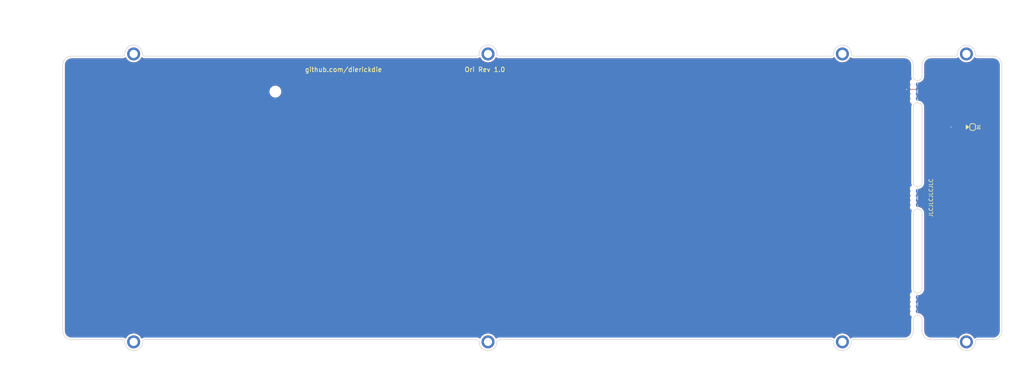
<source format=kicad_pcb>
(kicad_pcb (version 20171130) (host pcbnew "(5.1.10-1-10_14)")
  (layers (0 F.Cu signal) (31 B.Cu signal) (34 B.Paste user) (35 F.Paste user) (36 B.SilkS user) (37 F.SilkS user) (38 B.Mask user) (39 F.Mask user) (44 Edge.Cuts user))
  (net 0 "")
  (net 1 GND)
  (net 2 "Net-(D1-Pad1)")
  (module random-keyboard-parts:Generic-Mounthole (layer F.Cu) (at 203.623474 49.993944)
    (fp_text reference H12)
    (fp_text value MountingHole)
    (pad "" np_thru_hole circle (at 0 0) (size 2.2 2.2) (drill 2.2) (layers *.Cu *.Mask))
  )
  (module random-keyboard-parts:Generic-Mounthole (layer F.Cu) (at 356.023442 117.264265)
    (fp_text reference H6)
    (fp_text value MountingHole)
    (pad 1 thru_hole circle (at 0 0) (size 3.5 3.5) (drill 2.2) (layers *.Cu *.Mask))
  )
  (module random-keyboard-parts:Generic-Mounthole (layer F.Cu) (at 356.023442 39.873575)
    (fp_text reference H5)
    (fp_text value MountingHole)
    (pad 1 thru_hole circle (at 0 0) (size 3.5 3.5) (drill 2.2) (layers *.Cu *.Mask))
  )
  (module random-keyboard-parts:Generic-Mounthole (layer F.Cu) (at 260.773394 117.264265)
    (fp_text reference H4)
    (fp_text value MountingHole)
    (pad 1 thru_hole circle (at 0 0) (size 3.5 3.5) (drill 2.2) (layers *.Cu *.Mask))
  )
  (module random-keyboard-parts:Generic-Mounthole (layer F.Cu) (at 260.773394 39.873575)
    (fp_text reference H3)
    (fp_text value MountingHole)
    (pad 1 thru_hole circle (at 0 0) (size 3.5 3.5) (drill 2.2) (layers *.Cu *.Mask))
  )
  (module random-keyboard-parts:Generic-Mounthole (layer F.Cu) (at 165.523314 117.264265)
    (fp_text reference H2)
    (fp_text value MountingHole)
    (pad 1 thru_hole circle (at 0 0) (size 3.5 3.5) (drill 2.2) (layers *.Cu *.Mask))
  )
  (module random-keyboard-parts:Generic-Mounthole (layer F.Cu) (at 165.523314 39.873575)
    (fp_text reference H1)
    (fp_text value MountingHole)
    (pad 1 thru_hole circle (at 0 0) (size 3.5 3.5) (drill 2.2) (layers *.Cu *.Mask))
  )
  (module Keeb_footprints:D_SOD-123_modified (layer F.Cu) (at 389.36137 59.51884 180)
    (fp_text reference D1 (at -3.302 0 90) (layer F.SilkS) (effects (font (size 0.8 0.7))))
    (fp_text value DIODE)
    (fp_poly (pts (xy -0.6858 0) (xy 0.1142 -0.6) (xy 0.1142 0.6)) (layer F.SilkS) (width 0.1))
    (fp_line (start -1.400038 0.9) (end -1.9 0.9) (layer F.SilkS) (width 0.2))
    (fp_line (start -2.4 -0.4) (end -2.4 0.4) (layer F.SilkS) (width 0.2))
    (fp_line (start -1.899962 -0.9) (end -1.4 -0.9) (layer F.SilkS) (width 0.2))
    (fp_line (start -0.9 -0.4) (end -0.9 0.4) (layer F.SilkS) (width 0.2))
    (fp_arc (start -1.4 0.4) (end -1.4 0.9) (angle -90) (layer F.SilkS) (width 0.2))
    (fp_arc (start -1.9 0.4) (end -2.4 0.4) (angle -90) (layer F.SilkS) (width 0.2))
    (fp_arc (start -1.9 -0.4) (end -1.9 -0.9) (angle -90) (layer F.SilkS) (width 0.2))
    (fp_arc (start -1.4 -0.4) (end -0.9 -0.4) (angle -90) (layer F.SilkS) (width 0.2))
    (pad 2 smd roundrect (at 1.65 0 180) (size 1 1.2) (layers F.Cu F.Paste F.Mask) (net 1 GND))
    (pad 1 smd roundrect (at -1.65 0 180) (size 1 1.2) (layers F.Cu F.Paste F.Mask) (net 2 "Net-(D1-Pad1)"))
  )
  (module Keeb_footprints:MX100_outline (layer F.Cu) (at 389.36137 69.04388)
    (fp_text reference U53)
    (fp_text value HOLE)
  )
  (module Keeb_footprints:MX100_outline (layer F.Cu) (at 389.33601 107.1567)
    (fp_text reference U61)
    (fp_text value HOLE)
  )
  (module Keeb_footprints:MX100_outline (layer F.Cu) (at 389.33601 50.00646)
    (fp_text reference U49)
    (fp_text value HOLE)
  )
  (module random-keyboard-parts:Generic-Mounthole (layer F.Cu) (at 389.360818 39.87364)
    (fp_text reference H7)
    (fp_text value MountingHole)
    (pad 1 thru_hole circle (at 0 0) (size 3.5 3.5) (drill 2.2) (layers *.Cu *.Mask))
  )
  (module Keeb_footprints:MX100_outline (layer F.Cu) (at 389.361002 88.10662)
    (fp_text reference U57)
    (fp_text value HOLE)
  )
  (module acheron_Hardware:MouseBite_IPC7351 (layer F.Cu) (at 375.04845 49.9938 90)
    (fp_text reference H9)
    (fp_text value MountingHole)
    (pad "" np_thru_hole circle (at -2.5 0 90) (size 0.8 0.8) (drill 0.8) (layers *.Cu *.Mask))
    (pad "" np_thru_hole circle (at -1.25 0 90) (size 0.8 0.8) (drill 0.8) (layers *.Cu *.Mask))
    (pad "" np_thru_hole circle (at 2.5 0 90) (size 0.8 0.8) (drill 0.8) (layers *.Cu *.Mask))
    (pad "" np_thru_hole circle (at 1.25 0 90) (size 0.8 0.8) (drill 0.8) (layers *.Cu *.Mask))
    (pad "" np_thru_hole circle (at 0 0 90) (size 0.8 0.8) (drill 0.8) (layers *.Cu *.Mask))
  )
  (module acheron_Hardware:MouseBite_IPC7351 (layer F.Cu) (at 375.04845 107.1567 90)
    (fp_text reference H10)
    (fp_text value MountingHole)
    (pad "" np_thru_hole circle (at -2.5 0 90) (size 0.8 0.8) (drill 0.8) (layers *.Cu *.Mask))
    (pad "" np_thru_hole circle (at -1.25 0 90) (size 0.8 0.8) (drill 0.8) (layers *.Cu *.Mask))
    (pad "" np_thru_hole circle (at 2.5 0 90) (size 0.8 0.8) (drill 0.8) (layers *.Cu *.Mask))
    (pad "" np_thru_hole circle (at 1.25 0 90) (size 0.8 0.8) (drill 0.8) (layers *.Cu *.Mask))
    (pad "" np_thru_hole circle (at 0 0 90) (size 0.8 0.8) (drill 0.8) (layers *.Cu *.Mask))
  )
  (module acheron_Hardware:MouseBite_IPC7351 (layer F.Cu) (at 375.04845 78.58158 90)
    (fp_text reference H11)
    (fp_text value MountingHole)
    (pad "" np_thru_hole circle (at -2.5 0 90) (size 0.8 0.8) (drill 0.8) (layers *.Cu *.Mask))
    (pad "" np_thru_hole circle (at -1.25 0 90) (size 0.8 0.8) (drill 0.8) (layers *.Cu *.Mask))
    (pad "" np_thru_hole circle (at 2.5 0 90) (size 0.8 0.8) (drill 0.8) (layers *.Cu *.Mask))
    (pad "" np_thru_hole circle (at 1.25 0 90) (size 0.8 0.8) (drill 0.8) (layers *.Cu *.Mask))
    (pad "" np_thru_hole circle (at 0 0 90) (size 0.8 0.8) (drill 0.8) (layers *.Cu *.Mask))
  )
  (module random-keyboard-parts:Generic-Mounthole (layer F.Cu) (at 389.360818 117.2642)
    (fp_text reference H8)
    (fp_text value MountingHole)
    (pad 1 thru_hole circle (at 0 0) (size 3.5 3.5) (drill 2.2) (layers *.Cu *.Mask))
  )
  (module Keeb_footprints:MX100_outline (layer F.Cu) (at 365.52341 107.1567)
    (fp_text reference U48)
    (fp_text value HOLE)
  )
  (module Keeb_footprints:MX100_outline (layer F.Cu) (at 346.47333 107.16)
    (fp_text reference U47)
    (fp_text value HOLE)
  )
  (module Keeb_footprints:MX100_outline (layer F.Cu) (at 327.42325 107.1567)
    (fp_text reference U46)
    (fp_text value HOLE)
  )
  (module Keeb_footprints:MX100_outline (layer F.Cu) (at 308.37317 107.1567)
    (fp_text reference U45)
    (fp_text value HOLE)
  )
  (module Keeb_footprints:MX100_outline (layer F.Cu) (at 289.32309 107.1567)
    (fp_text reference U44)
    (fp_text value HOLE)
  )
  (module Keeb_footprints:MX100_outline (layer F.Cu) (at 270.27301 107.1567)
    (fp_text reference U43)
    (fp_text value HOLE)
  )
  (module Keeb_footprints:MX100_outline (layer F.Cu) (at 251.22293 107.1567)
    (fp_text reference U42)
    (fp_text value HOLE)
  )
  (module Keeb_footprints:MX100_outline (layer F.Cu) (at 251.22293 88.10662)
    (fp_text reference U30)
    (fp_text value HOLE)
  )
  (module Keeb_footprints:MX100_outline (layer F.Cu) (at 232.17285 88.10662)
    (fp_text reference U29)
    (fp_text value HOLE)
  )
  (module Keeb_footprints:MX100_outline (layer F.Cu) (at 213.12277 88.10662)
    (fp_text reference U28)
    (fp_text value HOLE)
  )
  (module Keeb_footprints:MX100_outline (layer F.Cu) (at 194.07269 88.10662)
    (fp_text reference U27)
    (fp_text value HOLE)
  )
  (module Keeb_footprints:MX100_outline (layer F.Cu) (at 175.02261 88.10662)
    (fp_text reference U26)
    (fp_text value HOLE)
  )
  (module Keeb_footprints:MX100_outline (layer F.Cu) (at 155.97253 88.10662)
    (fp_text reference U25)
    (fp_text value HOLE)
  )
  (module Keeb_footprints:MX100_outline (layer F.Cu) (at 365.52341 69.05654)
    (fp_text reference U24)
    (fp_text value HOLE)
  )
  (module Keeb_footprints:MX100_outline (layer F.Cu) (at 232.17285 107.1567)
    (fp_text reference U41)
    (fp_text value HOLE)
  )
  (module Keeb_footprints:MX100_outline (layer F.Cu) (at 213.12277 107.1567)
    (fp_text reference U40)
    (fp_text value HOLE)
  )
  (module Keeb_footprints:MX100_outline (layer F.Cu) (at 194.07269 107.1567)
    (fp_text reference U39)
    (fp_text value HOLE)
  )
  (module Keeb_footprints:MX100_outline (layer F.Cu) (at 175.02261 107.1567)
    (fp_text reference U38)
    (fp_text value HOLE)
  )
  (module Keeb_footprints:MX100_outline (layer F.Cu) (at 155.97253 107.1567)
    (fp_text reference U37)
    (fp_text value HOLE)
  )
  (module Keeb_footprints:MX100_outline (layer F.Cu) (at 365.52341 88.10662)
    (fp_text reference U36)
    (fp_text value HOLE)
  )
  (module Keeb_footprints:MX100_outline (layer F.Cu) (at 346.47333 88.10662)
    (fp_text reference U35)
    (fp_text value HOLE)
  )
  (module Keeb_footprints:MX100_outline (layer F.Cu) (at 327.42325 88.10662)
    (fp_text reference U34)
    (fp_text value HOLE)
  )
  (module Keeb_footprints:MX100_outline (layer F.Cu) (at 308.37317 88.10662)
    (fp_text reference U33)
    (fp_text value HOLE)
  )
  (module Keeb_footprints:MX100_outline (layer F.Cu) (at 289.32309 88.10662)
    (fp_text reference U32)
    (fp_text value HOLE)
  )
  (module Keeb_footprints:MX100_outline (layer F.Cu) (at 270.27301 88.10662)
    (fp_text reference U31)
    (fp_text value HOLE)
  )
  (module Keeb_footprints:MX100_outline (layer F.Cu) (at 346.47333 69.05654)
    (fp_text reference U23)
    (fp_text value HOLE)
  )
  (module Keeb_footprints:MX100_outline (layer F.Cu) (at 327.42325 69.05654)
    (fp_text reference U22)
    (fp_text value HOLE)
  )
  (module Keeb_footprints:MX100_outline (layer F.Cu) (at 308.37317 69.05654)
    (fp_text reference U21)
    (fp_text value HOLE)
  )
  (module Keeb_footprints:MX100_outline (layer F.Cu) (at 289.32309 69.05654)
    (fp_text reference U20)
    (fp_text value HOLE)
  )
  (module Keeb_footprints:MX100_outline (layer F.Cu) (at 270.27301 69.05654)
    (fp_text reference U19)
    (fp_text value HOLE)
  )
  (module Keeb_footprints:MX100_outline (layer F.Cu) (at 251.22293 69.05654)
    (fp_text reference U18)
    (fp_text value HOLE)
  )
  (module Keeb_footprints:MX100_outline (layer F.Cu) (at 232.17285 69.05654)
    (fp_text reference U17)
    (fp_text value HOLE)
  )
  (module Keeb_footprints:MX100_outline (layer F.Cu) (at 213.12277 69.05654)
    (fp_text reference U16)
    (fp_text value HOLE)
  )
  (module Keeb_footprints:MX100_outline (layer F.Cu) (at 194.07269 69.05654)
    (fp_text reference U15)
    (fp_text value HOLE)
  )
  (module Keeb_footprints:MX100_outline (layer F.Cu) (at 175.02261 69.05654)
    (fp_text reference U14)
    (fp_text value HOLE)
  )
  (module Keeb_footprints:MX100_outline (layer F.Cu) (at 155.97253 69.05654)
    (fp_text reference U13)
    (fp_text value HOLE)
  )
  (module Keeb_footprints:MX100_outline (layer F.Cu) (at 365.52341 50.00646)
    (fp_text reference U12)
    (fp_text value HOLE)
  )
  (module Keeb_footprints:MX100_outline (layer F.Cu) (at 346.47333 50.00646)
    (fp_text reference U11)
    (fp_text value HOLE)
  )
  (module Keeb_footprints:MX100_outline (layer F.Cu) (at 327.42325 50.00646)
    (fp_text reference U10)
    (fp_text value HOLE)
  )
  (module Keeb_footprints:MX100_outline (layer F.Cu) (at 308.37317 50.00646)
    (fp_text reference U9)
    (fp_text value HOLE)
  )
  (module Keeb_footprints:MX100_outline (layer F.Cu) (at 289.32309 50.00646)
    (fp_text reference U8)
    (fp_text value HOLE)
  )
  (module Keeb_footprints:MX100_outline (layer F.Cu) (at 270.27301 50.00646)
    (fp_text reference U7)
    (fp_text value HOLE)
  )
  (module Keeb_footprints:MX100_outline (layer F.Cu) (at 251.22293 50.00646)
    (fp_text reference U6)
    (fp_text value HOLE)
  )
  (module Keeb_footprints:MX100_outline (layer F.Cu) (at 232.17285 50.00646)
    (fp_text reference U5)
    (fp_text value HOLE)
  )
  (module Keeb_footprints:MX100_outline (layer F.Cu) (at 213.12277 50.00646)
    (fp_text reference U4)
    (fp_text value HOLE)
  )
  (module Keeb_footprints:MX100_outline (layer F.Cu) (at 194.07269 50.00646)
    (fp_text reference U3)
    (fp_text value HOLE)
  )
  (module Keeb_footprints:MX100_outline (layer F.Cu) (at 175.02261 50.00646)
    (fp_text reference U2)
    (fp_text value HOLE)
  )
  (module Keeb_footprints:MX100_outline (layer F.Cu) (at 155.97253 50.00646)
    (fp_text reference U1)
    (fp_text value HOLE)
  )
  (gr_line (start 392.337567 116.668952) (end 396.50515 116.66908) (layer Edge.Cuts) (width 0.15))
  (gr_line (start 379.83633 116.66908) (end 386.384437 116.668952) (layer Edge.Cuts) (width 0.15))
  (gr_arc (start 389.361002 117.264265) (end 386.97975 117.264265) (angle -180) (layer Edge.Cuts) (width 0.15))
  (gr_arc (start 392.337567 117.264265) (end 392.337567 116.668952) (angle -90) (layer Edge.Cuts) (width 0.15))
  (gr_arc (start 386.384437 117.264265) (end 386.97975 117.264265) (angle -90) (layer Edge.Cuts) (width 0.15))
  (gr_line (start 392.337567 40.468888) (end 396.50515 40.46876) (layer Edge.Cuts) (width 0.15))
  (gr_line (start 379.83633 40.46876) (end 386.384437 40.468888) (layer Edge.Cuts) (width 0.15))
  (gr_line (start 359.000007 40.468888) (end 372.69255 40.46876) (layer Edge.Cuts) (width 0.15))
  (gr_line (start 263.749959 40.468888) (end 353.046877 40.468888) (layer Edge.Cuts) (width 0.15))
  (gr_line (start 168.499879 40.468888) (end 257.796829 40.468888) (layer Edge.Cuts) (width 0.15))
  (gr_line (start 148.85411 40.46876) (end 162.546749 40.468888) (layer Edge.Cuts) (width 0.15))
  (gr_line (start 162.546749 116.668952) (end 148.85411 116.66908) (layer Edge.Cuts) (width 0.15))
  (gr_line (start 257.796829 116.668952) (end 168.499879 116.668952) (layer Edge.Cuts) (width 0.15))
  (gr_line (start 353.046877 116.668952) (end 263.749959 116.668952) (layer Edge.Cuts) (width 0.15))
  (gr_line (start 359.000007 116.668952) (end 372.69255 116.66908) (layer Edge.Cuts) (width 0.15))
  (gr_arc (start 356.023442 117.264265) (end 353.64219 117.264265) (angle -180) (layer Edge.Cuts) (width 0.15))
  (gr_arc (start 359.000007 117.264265) (end 359.000007 116.668952) (angle -90) (layer Edge.Cuts) (width 0.15))
  (gr_arc (start 353.046877 117.264265) (end 353.64219 117.264265) (angle -90) (layer Edge.Cuts) (width 0.15))
  (gr_arc (start 260.773394 117.264265) (end 258.392142 117.264265) (angle -180) (layer Edge.Cuts) (width 0.15))
  (gr_arc (start 263.749959 117.264265) (end 263.749959 116.668952) (angle -90) (layer Edge.Cuts) (width 0.15))
  (gr_arc (start 257.796829 117.264265) (end 258.392142 117.264265) (angle -90) (layer Edge.Cuts) (width 0.15))
  (gr_arc (start 165.523314 117.264265) (end 163.142062 117.264265) (angle -180) (layer Edge.Cuts) (width 0.15))
  (gr_arc (start 168.499879 117.264265) (end 168.499879 116.668952) (angle -90) (layer Edge.Cuts) (width 0.15))
  (gr_arc (start 162.546749 117.264265) (end 163.142062 117.264265) (angle -90) (layer Edge.Cuts) (width 0.15))
  (gr_arc (start 165.523314 39.873575) (end 167.904566 39.873575) (angle -180) (layer Edge.Cuts) (width 0.15))
  (gr_arc (start 162.546749 39.873575) (end 162.546749 40.468888) (angle -90) (layer Edge.Cuts) (width 0.15))
  (gr_arc (start 168.499879 39.873575) (end 167.904566 39.873575) (angle -90) (layer Edge.Cuts) (width 0.15))
  (gr_arc (start 260.773394 39.873575) (end 263.154646 39.873575) (angle -180) (layer Edge.Cuts) (width 0.15))
  (gr_arc (start 257.796829 39.873575) (end 257.796829 40.468888) (angle -90) (layer Edge.Cuts) (width 0.15))
  (gr_arc (start 263.749959 39.873575) (end 263.154646 39.873575) (angle -90) (layer Edge.Cuts) (width 0.15))
  (gr_arc (start 356.023442 39.873575) (end 358.404694 39.873575) (angle -180) (layer Edge.Cuts) (width 0.15))
  (gr_arc (start 353.046877 39.873575) (end 353.046877 40.468888) (angle -90) (layer Edge.Cuts) (width 0.15))
  (gr_arc (start 359.000007 39.873575) (end 358.404694 39.873575) (angle -90) (layer Edge.Cuts) (width 0.15))
  (gr_arc (start 386.384437 39.873575) (end 386.384437 40.468888) (angle -90) (layer Edge.Cuts) (width 0.15))
  (gr_arc (start 392.337567 39.873575) (end 391.742254 39.873575) (angle -90) (layer Edge.Cuts) (width 0.15))
  (gr_arc (start 389.361002 39.873575) (end 391.742254 39.873575) (angle -180) (layer Edge.Cuts) (width 0.15))
  (gr_line (start 376.26444 50.589115) (end 376.26444 49.398485) (layer F.SilkS) (width 0.15))
  (gr_line (start 376.26444 110.120615) (end 376.26444 108.929985) (layer F.SilkS) (width 0.15))
  (gr_line (start 376.26444 105.358095) (end 376.26444 104.167465) (layer F.SilkS) (width 0.15))
  (gr_line (start 376.26444 107.739355) (end 376.26444 106.548725) (layer F.SilkS) (width 0.15))
  (gr_line (start 376.26444 52.970375) (end 376.26444 51.779745) (layer F.SilkS) (width 0.15))
  (gr_line (start 376.26444 48.207855) (end 376.26444 47.017225) (layer F.SilkS) (width 0.15))
  (gr_line (start 376.26444 76.782975) (end 376.26444 75.592345) (layer F.SilkS) (width 0.15))
  (gr_line (start 376.26444 79.164235) (end 376.26444 77.973605) (layer F.SilkS) (width 0.15))
  (gr_line (start 376.26444 81.545495) (end 376.26444 80.354865) (layer F.SilkS) (width 0.15))
  (gr_line (start 146.47285 42.85002) (end 146.47285 114.28782) (layer Edge.Cuts) (width 0.15))
  (gr_line (start 377.45507 111.311245) (end 377.45507 114.28782) (layer Edge.Cuts) (width 0.15))
  (gr_line (start 375.07381 111.311245) (end 375.07381 114.28782) (layer Edge.Cuts) (width 0.15))
  (gr_line (start 375.07381 82.736125) (end 375.07381 102.976835) (layer Edge.Cuts) (width 0.15))
  (gr_line (start 377.45507 82.736125) (end 377.45507 102.976835) (layer Edge.Cuts) (width 0.15))
  (gr_line (start 377.45507 74.401715) (end 377.45507 54.161005) (layer Edge.Cuts) (width 0.15))
  (gr_line (start 375.07381 54.161005) (end 375.07381 74.401715) (layer Edge.Cuts) (width 0.15))
  (gr_line (start 377.45507 42.85002) (end 377.45507 45.826595) (layer Edge.Cuts) (width 0.15))
  (gr_line (start 398.88641 114.28782) (end 398.88641 42.85002) (layer Edge.Cuts) (width 0.15))
  (gr_line (start 375.07381 42.85002) (end 375.07381 45.826595) (layer Edge.Cuts) (width 0.15))
  (gr_arc (start 379.83633 42.85002) (end 379.83633 40.46876) (angle -90) (layer Edge.Cuts) (width 0.15))
  (gr_arc (start 379.83633 114.28782) (end 377.45507 114.28782) (angle -90) (layer Edge.Cuts) (width 0.15))
  (gr_arc (start 376.26444 111.311245) (end 377.45507 111.311245) (angle -180) (layer Edge.Cuts) (width 0.15))
  (gr_arc (start 376.26444 102.976835) (end 375.07381 102.976835) (angle -180) (layer Edge.Cuts) (width 0.15))
  (gr_arc (start 376.26444 82.736125) (end 377.45507 82.736125) (angle -180) (layer Edge.Cuts) (width 0.15))
  (gr_arc (start 376.26444 74.401715) (end 375.07381 74.401715) (angle -180) (layer Edge.Cuts) (width 0.15))
  (gr_arc (start 376.26444 54.161005) (end 377.45507 54.161005) (angle -180) (layer Edge.Cuts) (width 0.15))
  (gr_arc (start 376.26444 45.826595) (end 375.07381 45.826595) (angle -180) (layer Edge.Cuts) (width 0.15))
  (gr_arc (start 396.50515 42.85002) (end 398.88641 42.85002) (angle -90) (layer Edge.Cuts) (width 0.15))
  (gr_arc (start 396.50515 114.28782) (end 396.50515 116.66908) (angle -90) (layer Edge.Cuts) (width 0.15))
  (gr_arc (start 372.69255 42.85002) (end 375.07381 42.85002) (angle -90) (layer Edge.Cuts) (width 0.15))
  (gr_arc (start 372.69255 114.28782) (end 372.69255 116.66908) (angle -90) (layer Edge.Cuts) (width 0.15))
  (gr_arc (start 148.85411 114.28782) (end 146.47285 114.28782) (angle -90) (layer Edge.Cuts) (width 0.15))
  (gr_arc (start 148.85411 42.85002) (end 148.85411 40.46876) (angle -90) (layer Edge.Cuts) (width 0.15))
  (gr_text JLCJLCJLCJLC (at 379.835994 78.56892 90) (layer F.SilkS) (effects (font (size 1 1))))
  (gr_text github.com/dierickdie (at 221.919416 44.079884) (layer F.SilkS) (effects (font (size 1.25 1.25) (thickness 0.2))))
  (gr_text "Ori Rev 1.0" (at 259.919316 44.079884) (layer F.SilkS) (effects (font (size 1.25 1.25) (thickness 0.2))))
  (via (at 373.287865 49.398485) (size 0.5) (drill 0.25) (layers F.Cu B.Cu) (net 1))
  (via (at 385.194165 59.51884) (size 0.5) (drill 0.25) (layers F.Cu B.Cu) (net 1))
  (segment (start 387.71137 59.51884) (end 385.194165 59.51884) (width 0.25) (layer F.Cu) (net 1))
  (segment (start 376.859755 49.398485) (end 373.287865 49.398485) (width 0.13) (layer F.Cu) (net 1))
  (zone (net 1) (net_name GND) (layer B.Cu) (connect_pads (clearance 0.508)) (min_thickness 0.254) (fill yes (arc_segments 32) (thermal_gap 0.508) (thermal_bridge_width 0.508))
    (polygon (pts (xy 404.83956 34.51561) (xy 404.83956 123.81286) (xy 142.90096 123.81286) (xy 142.90096 34.51561)))
  )
  (zone (net 1) (net_name GND) (layer F.Cu) (connect_pads (clearance 0.508)) (min_thickness 0.254) (fill yes (arc_segments 32) (thermal_gap 0.508) (thermal_bridge_width 0.508))
    (polygon (pts (xy 404.83956 34.51561) (xy 404.83956 123.81286) (xy 142.90096 123.81286) (xy 142.90096 34.51561)))
  )
)
</source>
